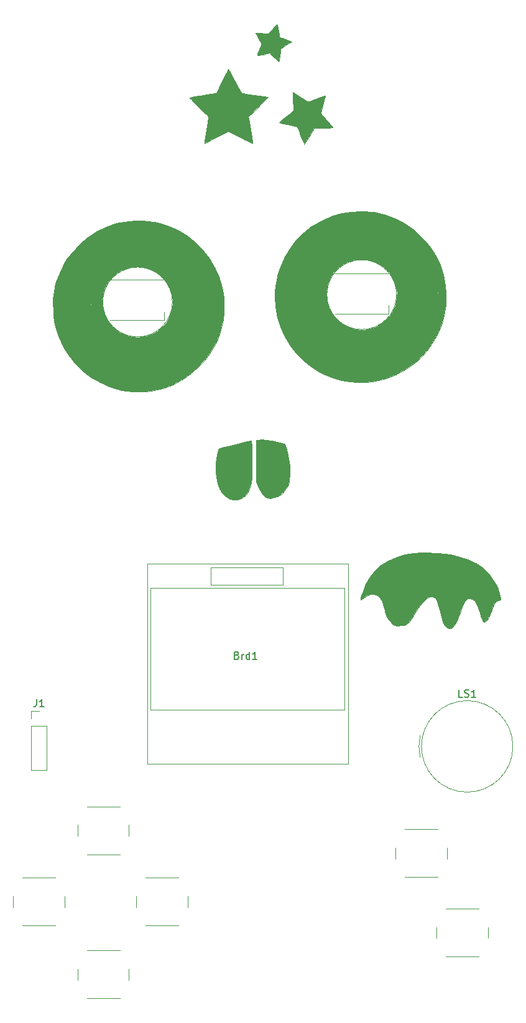
<source format=gbr>
G04 #@! TF.GenerationSoftware,KiCad,Pcbnew,8.0.5-8.0.5-0~ubuntu24.04.1*
G04 #@! TF.CreationDate,2024-10-08T07:53:09+09:00*
G04 #@! TF.ProjectId,gopher_party_rp2040_sw,676f7068-6572-45f7-9061-7274795f7270,rev?*
G04 #@! TF.SameCoordinates,Original*
G04 #@! TF.FileFunction,Legend,Top*
G04 #@! TF.FilePolarity,Positive*
%FSLAX46Y46*%
G04 Gerber Fmt 4.6, Leading zero omitted, Abs format (unit mm)*
G04 Created by KiCad (PCBNEW 8.0.5-8.0.5-0~ubuntu24.04.1) date 2024-10-08 07:53:09*
%MOMM*%
%LPD*%
G01*
G04 APERTURE LIST*
%ADD10C,0.150000*%
%ADD11C,0.120000*%
%ADD12C,0.100000*%
G04 APERTURE END LIST*
D10*
X106353333Y-120785009D02*
X106496190Y-120832628D01*
X106496190Y-120832628D02*
X106543809Y-120880247D01*
X106543809Y-120880247D02*
X106591428Y-120975485D01*
X106591428Y-120975485D02*
X106591428Y-121118342D01*
X106591428Y-121118342D02*
X106543809Y-121213580D01*
X106543809Y-121213580D02*
X106496190Y-121261200D01*
X106496190Y-121261200D02*
X106400952Y-121308819D01*
X106400952Y-121308819D02*
X106020000Y-121308819D01*
X106020000Y-121308819D02*
X106020000Y-120308819D01*
X106020000Y-120308819D02*
X106353333Y-120308819D01*
X106353333Y-120308819D02*
X106448571Y-120356438D01*
X106448571Y-120356438D02*
X106496190Y-120404057D01*
X106496190Y-120404057D02*
X106543809Y-120499295D01*
X106543809Y-120499295D02*
X106543809Y-120594533D01*
X106543809Y-120594533D02*
X106496190Y-120689771D01*
X106496190Y-120689771D02*
X106448571Y-120737390D01*
X106448571Y-120737390D02*
X106353333Y-120785009D01*
X106353333Y-120785009D02*
X106020000Y-120785009D01*
X107020000Y-121308819D02*
X107020000Y-120642152D01*
X107020000Y-120832628D02*
X107067619Y-120737390D01*
X107067619Y-120737390D02*
X107115238Y-120689771D01*
X107115238Y-120689771D02*
X107210476Y-120642152D01*
X107210476Y-120642152D02*
X107305714Y-120642152D01*
X108067619Y-121308819D02*
X108067619Y-120308819D01*
X108067619Y-121261200D02*
X107972381Y-121308819D01*
X107972381Y-121308819D02*
X107781905Y-121308819D01*
X107781905Y-121308819D02*
X107686667Y-121261200D01*
X107686667Y-121261200D02*
X107639048Y-121213580D01*
X107639048Y-121213580D02*
X107591429Y-121118342D01*
X107591429Y-121118342D02*
X107591429Y-120832628D01*
X107591429Y-120832628D02*
X107639048Y-120737390D01*
X107639048Y-120737390D02*
X107686667Y-120689771D01*
X107686667Y-120689771D02*
X107781905Y-120642152D01*
X107781905Y-120642152D02*
X107972381Y-120642152D01*
X107972381Y-120642152D02*
X108067619Y-120689771D01*
X109067619Y-121308819D02*
X108496191Y-121308819D01*
X108781905Y-121308819D02*
X108781905Y-120308819D01*
X108781905Y-120308819D02*
X108686667Y-120451676D01*
X108686667Y-120451676D02*
X108591429Y-120546914D01*
X108591429Y-120546914D02*
X108496191Y-120594533D01*
X79066666Y-126794819D02*
X79066666Y-127509104D01*
X79066666Y-127509104D02*
X79019047Y-127651961D01*
X79019047Y-127651961D02*
X78923809Y-127747200D01*
X78923809Y-127747200D02*
X78780952Y-127794819D01*
X78780952Y-127794819D02*
X78685714Y-127794819D01*
X80066666Y-127794819D02*
X79495238Y-127794819D01*
X79780952Y-127794819D02*
X79780952Y-126794819D01*
X79780952Y-126794819D02*
X79685714Y-126937676D01*
X79685714Y-126937676D02*
X79590476Y-127032914D01*
X79590476Y-127032914D02*
X79495238Y-127080533D01*
X137057142Y-126484819D02*
X136580952Y-126484819D01*
X136580952Y-126484819D02*
X136580952Y-125484819D01*
X137342857Y-126437200D02*
X137485714Y-126484819D01*
X137485714Y-126484819D02*
X137723809Y-126484819D01*
X137723809Y-126484819D02*
X137819047Y-126437200D01*
X137819047Y-126437200D02*
X137866666Y-126389580D01*
X137866666Y-126389580D02*
X137914285Y-126294342D01*
X137914285Y-126294342D02*
X137914285Y-126199104D01*
X137914285Y-126199104D02*
X137866666Y-126103866D01*
X137866666Y-126103866D02*
X137819047Y-126056247D01*
X137819047Y-126056247D02*
X137723809Y-126008628D01*
X137723809Y-126008628D02*
X137533333Y-125961009D01*
X137533333Y-125961009D02*
X137438095Y-125913390D01*
X137438095Y-125913390D02*
X137390476Y-125865771D01*
X137390476Y-125865771D02*
X137342857Y-125770533D01*
X137342857Y-125770533D02*
X137342857Y-125675295D01*
X137342857Y-125675295D02*
X137390476Y-125580057D01*
X137390476Y-125580057D02*
X137438095Y-125532438D01*
X137438095Y-125532438D02*
X137533333Y-125484819D01*
X137533333Y-125484819D02*
X137771428Y-125484819D01*
X137771428Y-125484819D02*
X137914285Y-125532438D01*
X138866666Y-126484819D02*
X138295238Y-126484819D01*
X138580952Y-126484819D02*
X138580952Y-125484819D01*
X138580952Y-125484819D02*
X138485714Y-125627676D01*
X138485714Y-125627676D02*
X138390476Y-125722914D01*
X138390476Y-125722914D02*
X138295238Y-125770533D01*
D11*
X89100000Y-69650000D02*
X96400000Y-69650000D01*
X89100000Y-75150000D02*
X96400000Y-75150000D01*
X96400000Y-75150000D02*
X96400000Y-74000000D01*
X119700000Y-68750000D02*
X127000000Y-68750000D01*
X119700000Y-74250000D02*
X127000000Y-74250000D01*
X127000000Y-74250000D02*
X127000000Y-73100000D01*
X94120000Y-108300000D02*
X121520000Y-108300000D01*
X94120000Y-135600000D02*
X94120000Y-108300000D01*
X94542000Y-111595000D02*
X117642000Y-111595000D01*
X94542000Y-128195000D02*
X94542000Y-111595000D01*
X102821000Y-108789000D02*
X102821000Y-111202000D01*
X102821000Y-108789000D02*
X112600000Y-108789000D01*
X112600000Y-108789000D02*
X112600000Y-111202000D01*
X112600000Y-111202000D02*
X102821000Y-111202000D01*
X117642000Y-111595000D02*
X120728000Y-111595000D01*
X117642000Y-128195000D02*
X94542000Y-128195000D01*
X117642000Y-128195000D02*
X120982000Y-128220000D01*
X120982000Y-111583000D02*
X120728000Y-111595000D01*
X120982000Y-128220000D02*
X120982000Y-111583000D01*
X121520000Y-108300000D02*
X121520000Y-135600000D01*
X121520000Y-135600000D02*
X94120000Y-135600000D01*
X127950000Y-147000000D02*
X127950000Y-148500000D01*
X129200000Y-151000000D02*
X133700000Y-151000000D01*
X133700000Y-144500000D02*
X129200000Y-144500000D01*
X134950000Y-148500000D02*
X134950000Y-147000000D01*
X75850000Y-153600000D02*
X75850000Y-155100000D01*
X77100000Y-157600000D02*
X81600000Y-157600000D01*
X81600000Y-151100000D02*
X77100000Y-151100000D01*
X82850000Y-155100000D02*
X82850000Y-153600000D01*
X84650000Y-163500000D02*
X84650000Y-165000000D01*
X85900000Y-167500000D02*
X90400000Y-167500000D01*
X90400000Y-161000000D02*
X85900000Y-161000000D01*
X91650000Y-165000000D02*
X91650000Y-163500000D01*
X78340000Y-128340000D02*
X79400000Y-128340000D01*
X78340000Y-129400000D02*
X78340000Y-128340000D01*
X78340000Y-130400000D02*
X78340000Y-136460000D01*
X78340000Y-130400000D02*
X80460000Y-130400000D01*
X78340000Y-136460000D02*
X80460000Y-136460000D01*
X80460000Y-130400000D02*
X80460000Y-136460000D01*
X84650000Y-143900000D02*
X84650000Y-145400000D01*
X85900000Y-147900000D02*
X90400000Y-147900000D01*
X90400000Y-141400000D02*
X85900000Y-141400000D01*
X91650000Y-145400000D02*
X91650000Y-143900000D01*
X97566588Y-72660000D02*
G75*
G02*
X88073412Y-72660000I-4746588J0D01*
G01*
X88073412Y-72660000D02*
G75*
G02*
X97566588Y-72660000I4746588J0D01*
G01*
X128086588Y-71656588D02*
G75*
G02*
X118593412Y-71656588I-4746588J0D01*
G01*
X118593412Y-71656588D02*
G75*
G02*
X128086588Y-71656588I4746588J0D01*
G01*
D12*
X110230000Y-91460000D02*
X111150000Y-91570000D01*
X112120000Y-91790000D01*
X112860000Y-91970000D01*
X113020000Y-92500000D01*
X113120000Y-92800000D01*
X113190000Y-93040000D01*
X113390000Y-93980000D01*
X113520000Y-95020000D01*
X113510000Y-96130000D01*
X113470000Y-96810000D01*
X113420000Y-97230000D01*
X113360000Y-97480000D01*
X113210000Y-97820000D01*
X112880000Y-98350000D01*
X112430000Y-98800000D01*
X112000000Y-99050000D01*
X111860000Y-99150000D01*
X111460000Y-99290000D01*
X110960000Y-99390000D01*
X110500000Y-99370000D01*
X110160000Y-99160000D01*
X109840000Y-98820000D01*
X109550000Y-98380000D01*
X109340000Y-97970000D01*
X109000000Y-97150000D01*
X108980000Y-96080000D01*
X108960000Y-94840000D01*
X108930000Y-93530000D01*
X108930000Y-92630000D01*
X108930000Y-92090000D01*
X108960000Y-91550000D01*
X109000000Y-91500000D01*
X109240000Y-91430000D01*
X109690000Y-91420000D01*
X110230000Y-91460000D01*
G36*
X110230000Y-91460000D02*
G01*
X111150000Y-91570000D01*
X112120000Y-91790000D01*
X112860000Y-91970000D01*
X113020000Y-92500000D01*
X113120000Y-92800000D01*
X113190000Y-93040000D01*
X113390000Y-93980000D01*
X113520000Y-95020000D01*
X113510000Y-96130000D01*
X113470000Y-96810000D01*
X113420000Y-97230000D01*
X113360000Y-97480000D01*
X113210000Y-97820000D01*
X112880000Y-98350000D01*
X112430000Y-98800000D01*
X112000000Y-99050000D01*
X111860000Y-99150000D01*
X111460000Y-99290000D01*
X110960000Y-99390000D01*
X110500000Y-99370000D01*
X110160000Y-99160000D01*
X109840000Y-98820000D01*
X109550000Y-98380000D01*
X109340000Y-97970000D01*
X109000000Y-97150000D01*
X108980000Y-96080000D01*
X108960000Y-94840000D01*
X108930000Y-93530000D01*
X108930000Y-92630000D01*
X108930000Y-92090000D01*
X108960000Y-91550000D01*
X109000000Y-91500000D01*
X109240000Y-91430000D01*
X109690000Y-91420000D01*
X110230000Y-91460000D01*
G37*
X108250000Y-91580000D02*
X108280000Y-91650000D01*
X108310000Y-91800000D01*
X108340000Y-92060000D01*
X108350000Y-92390000D01*
X108370000Y-92890000D01*
X108380000Y-93480000D01*
X108390000Y-94150000D01*
X108400000Y-94770000D01*
X108390000Y-95460000D01*
X108390000Y-95720000D01*
X108350000Y-96440000D01*
X108340000Y-96640000D01*
X108280000Y-97130000D01*
X108190000Y-97620000D01*
X108100000Y-97920000D01*
X107940000Y-98380000D01*
X107640000Y-98900000D01*
X107230000Y-99290000D01*
X106750000Y-99530000D01*
X106240000Y-99620000D01*
X105860000Y-99590000D01*
X105410000Y-99490000D01*
X105210000Y-99430000D01*
X104710000Y-99120000D01*
X104310000Y-98680000D01*
X103970000Y-98090000D01*
X103700000Y-97390000D01*
X103530000Y-96560000D01*
X103460000Y-95680000D01*
X103500000Y-94720000D01*
X103590000Y-94020000D01*
X103670000Y-93570000D01*
X103740000Y-93130000D01*
X103810000Y-92830000D01*
X103880000Y-92640000D01*
X104050000Y-92590000D01*
X104660000Y-92410000D01*
X105190000Y-92270000D01*
X106480000Y-91930000D01*
X107100000Y-91780000D01*
X107770000Y-91620000D01*
X108200000Y-91550000D01*
X108250000Y-91580000D01*
G36*
X108250000Y-91580000D02*
G01*
X108280000Y-91650000D01*
X108310000Y-91800000D01*
X108340000Y-92060000D01*
X108350000Y-92390000D01*
X108370000Y-92890000D01*
X108380000Y-93480000D01*
X108390000Y-94150000D01*
X108400000Y-94770000D01*
X108390000Y-95460000D01*
X108390000Y-95720000D01*
X108350000Y-96440000D01*
X108340000Y-96640000D01*
X108280000Y-97130000D01*
X108190000Y-97620000D01*
X108100000Y-97920000D01*
X107940000Y-98380000D01*
X107640000Y-98900000D01*
X107230000Y-99290000D01*
X106750000Y-99530000D01*
X106240000Y-99620000D01*
X105860000Y-99590000D01*
X105410000Y-99490000D01*
X105210000Y-99430000D01*
X104710000Y-99120000D01*
X104310000Y-98680000D01*
X103970000Y-98090000D01*
X103700000Y-97390000D01*
X103530000Y-96560000D01*
X103460000Y-95680000D01*
X103500000Y-94720000D01*
X103590000Y-94020000D01*
X103670000Y-93570000D01*
X103740000Y-93130000D01*
X103810000Y-92830000D01*
X103880000Y-92640000D01*
X104050000Y-92590000D01*
X104660000Y-92410000D01*
X105190000Y-92270000D01*
X106480000Y-91930000D01*
X107100000Y-91780000D01*
X107770000Y-91620000D01*
X108200000Y-91550000D01*
X108250000Y-91580000D01*
G37*
X134820000Y-71930000D02*
X134770000Y-73120000D01*
X134570000Y-74500000D01*
X134170000Y-75840000D01*
X133590000Y-77190000D01*
X132510000Y-78920000D01*
X131490000Y-80100000D01*
X130440000Y-81030000D01*
X129170000Y-81920000D01*
X127970000Y-82560000D01*
X126640000Y-83080000D01*
X124820000Y-83470000D01*
X123750000Y-83580000D01*
X122660000Y-83590000D01*
X121860000Y-83540000D01*
X121140000Y-83460000D01*
X120580000Y-83340000D01*
X119200000Y-82920000D01*
X117810000Y-82290000D01*
X116610000Y-81580000D01*
X115450000Y-80680000D01*
X114360000Y-79580000D01*
X113560000Y-78550000D01*
X112770000Y-77220000D01*
X112260000Y-76080000D01*
X111870000Y-74770000D01*
X111620000Y-73370000D01*
X111540000Y-71860000D01*
X118520000Y-71780000D01*
X118580000Y-72250000D01*
X118690000Y-72950000D01*
X118970000Y-73680000D01*
X119420000Y-74460000D01*
X120000000Y-75120000D01*
X120760000Y-75730000D01*
X121710000Y-76170000D01*
X122410000Y-76370000D01*
X123320000Y-76470000D01*
X123800000Y-76440000D01*
X124430000Y-76320000D01*
X125150000Y-76120000D01*
X125500000Y-75950000D01*
X125970000Y-75670000D01*
X126440000Y-75320000D01*
X126930000Y-74850000D01*
X127250000Y-74440000D01*
X127530000Y-74010000D01*
X127900000Y-73190000D01*
X128120000Y-72190000D01*
X128130000Y-71890000D01*
X128150000Y-71480000D01*
X134790000Y-71440000D01*
X134820000Y-71930000D01*
G36*
X134820000Y-71930000D02*
G01*
X134770000Y-73120000D01*
X134570000Y-74500000D01*
X134170000Y-75840000D01*
X133590000Y-77190000D01*
X132510000Y-78920000D01*
X131490000Y-80100000D01*
X130440000Y-81030000D01*
X129170000Y-81920000D01*
X127970000Y-82560000D01*
X126640000Y-83080000D01*
X124820000Y-83470000D01*
X123750000Y-83580000D01*
X122660000Y-83590000D01*
X121860000Y-83540000D01*
X121140000Y-83460000D01*
X120580000Y-83340000D01*
X119200000Y-82920000D01*
X117810000Y-82290000D01*
X116610000Y-81580000D01*
X115450000Y-80680000D01*
X114360000Y-79580000D01*
X113560000Y-78550000D01*
X112770000Y-77220000D01*
X112260000Y-76080000D01*
X111870000Y-74770000D01*
X111620000Y-73370000D01*
X111540000Y-71860000D01*
X118520000Y-71780000D01*
X118580000Y-72250000D01*
X118690000Y-72950000D01*
X118970000Y-73680000D01*
X119420000Y-74460000D01*
X120000000Y-75120000D01*
X120760000Y-75730000D01*
X121710000Y-76170000D01*
X122410000Y-76370000D01*
X123320000Y-76470000D01*
X123800000Y-76440000D01*
X124430000Y-76320000D01*
X125150000Y-76120000D01*
X125500000Y-75950000D01*
X125970000Y-75670000D01*
X126440000Y-75320000D01*
X126930000Y-74850000D01*
X127250000Y-74440000D01*
X127530000Y-74010000D01*
X127900000Y-73190000D01*
X128120000Y-72190000D01*
X128130000Y-71890000D01*
X128150000Y-71480000D01*
X134790000Y-71440000D01*
X134820000Y-71930000D01*
G37*
X111820000Y-35030000D02*
X111900000Y-35350000D01*
X112070000Y-36150000D01*
X112140000Y-36560000D01*
X112530000Y-36710000D01*
X113820000Y-37230000D01*
X112950000Y-37730000D01*
X112710000Y-37880000D01*
X112490000Y-38020000D01*
X112410000Y-38080000D01*
X112290000Y-38210000D01*
X112240000Y-38340000D01*
X112240000Y-38390000D01*
X112230000Y-38620000D01*
X112210000Y-38930000D01*
X112190000Y-39130000D01*
X112170000Y-39340000D01*
X112140000Y-39560000D01*
X112090000Y-39790000D01*
X112050000Y-39880000D01*
X111960000Y-39810000D01*
X111660000Y-39550000D01*
X111020000Y-38950000D01*
X110790000Y-38730000D01*
X110740000Y-38740000D01*
X110430000Y-38820000D01*
X109990000Y-38930000D01*
X109670000Y-39010000D01*
X109330000Y-39080000D01*
X109160000Y-39080000D01*
X109110000Y-39000000D01*
X109160000Y-38830000D01*
X109390000Y-38310000D01*
X109510000Y-38030000D01*
X109620000Y-37740000D01*
X109650000Y-37520000D01*
X109610000Y-37330000D01*
X109500000Y-37100000D01*
X109320000Y-36800000D01*
X109130000Y-36490000D01*
X109010000Y-36290000D01*
X108860000Y-36050000D01*
X108880000Y-36040000D01*
X109030000Y-36020000D01*
X109340000Y-36020000D01*
X109660000Y-36040000D01*
X110010000Y-36070000D01*
X110340000Y-36090000D01*
X110630000Y-36110000D01*
X110700000Y-36040000D01*
X110890000Y-35810000D01*
X111240000Y-35390000D01*
X111490000Y-35090000D01*
X111670000Y-34900000D01*
X111750000Y-34830000D01*
X111820000Y-35030000D01*
G36*
X111820000Y-35030000D02*
G01*
X111900000Y-35350000D01*
X112070000Y-36150000D01*
X112140000Y-36560000D01*
X112530000Y-36710000D01*
X113820000Y-37230000D01*
X112950000Y-37730000D01*
X112710000Y-37880000D01*
X112490000Y-38020000D01*
X112410000Y-38080000D01*
X112290000Y-38210000D01*
X112240000Y-38340000D01*
X112240000Y-38390000D01*
X112230000Y-38620000D01*
X112210000Y-38930000D01*
X112190000Y-39130000D01*
X112170000Y-39340000D01*
X112140000Y-39560000D01*
X112090000Y-39790000D01*
X112050000Y-39880000D01*
X111960000Y-39810000D01*
X111660000Y-39550000D01*
X111020000Y-38950000D01*
X110790000Y-38730000D01*
X110740000Y-38740000D01*
X110430000Y-38820000D01*
X109990000Y-38930000D01*
X109670000Y-39010000D01*
X109330000Y-39080000D01*
X109160000Y-39080000D01*
X109110000Y-39000000D01*
X109160000Y-38830000D01*
X109390000Y-38310000D01*
X109510000Y-38030000D01*
X109620000Y-37740000D01*
X109650000Y-37520000D01*
X109610000Y-37330000D01*
X109500000Y-37100000D01*
X109320000Y-36800000D01*
X109130000Y-36490000D01*
X109010000Y-36290000D01*
X108860000Y-36050000D01*
X108880000Y-36040000D01*
X109030000Y-36020000D01*
X109340000Y-36020000D01*
X109660000Y-36040000D01*
X110010000Y-36070000D01*
X110340000Y-36090000D01*
X110630000Y-36110000D01*
X110700000Y-36040000D01*
X110890000Y-35810000D01*
X111240000Y-35390000D01*
X111490000Y-35090000D01*
X111670000Y-34900000D01*
X111750000Y-34830000D01*
X111820000Y-35030000D01*
G37*
X114430000Y-44350000D02*
X115010000Y-44730000D01*
X115410000Y-45010000D01*
X115730000Y-45200000D01*
X116000000Y-45300000D01*
X116230000Y-45310000D01*
X116470000Y-45250000D01*
X116880000Y-45090000D01*
X117200000Y-44960000D01*
X117530000Y-44830000D01*
X117760000Y-44740000D01*
X118040000Y-44630000D01*
X118290000Y-44540000D01*
X118370000Y-44530000D01*
X118380000Y-44530000D01*
X118360000Y-44650000D01*
X118320000Y-44850000D01*
X117980000Y-46130000D01*
X117770000Y-46890000D01*
X117770000Y-46920000D01*
X117950000Y-47140000D01*
X118290000Y-47550000D01*
X118470000Y-47750000D01*
X118770000Y-48120000D01*
X119030000Y-48420000D01*
X119290000Y-48730000D01*
X119390000Y-48840000D01*
X119240000Y-48870000D01*
X118920000Y-48920000D01*
X118360000Y-48960000D01*
X116880000Y-48980000D01*
X116760000Y-49180000D01*
X116560000Y-49510000D01*
X116310000Y-49930000D01*
X116210000Y-50090000D01*
X116050000Y-50340000D01*
X115860000Y-50640000D01*
X115750000Y-50810000D01*
X115580000Y-51050000D01*
X115510000Y-51130000D01*
X115450000Y-51020000D01*
X115330000Y-50740000D01*
X115020000Y-49960000D01*
X114810000Y-49400000D01*
X114590000Y-48810000D01*
X113950000Y-48660000D01*
X113250000Y-48490000D01*
X112580000Y-48330000D01*
X112090000Y-48190000D01*
X112150000Y-48150000D01*
X112210000Y-48100000D01*
X112800000Y-47630000D01*
X113440000Y-47120000D01*
X114070000Y-46590000D01*
X114040000Y-46060000D01*
X114000000Y-45330000D01*
X113970000Y-44660000D01*
X113930000Y-44020000D01*
X114430000Y-44350000D01*
G36*
X114430000Y-44350000D02*
G01*
X115010000Y-44730000D01*
X115410000Y-45010000D01*
X115730000Y-45200000D01*
X116000000Y-45300000D01*
X116230000Y-45310000D01*
X116470000Y-45250000D01*
X116880000Y-45090000D01*
X117200000Y-44960000D01*
X117530000Y-44830000D01*
X117760000Y-44740000D01*
X118040000Y-44630000D01*
X118290000Y-44540000D01*
X118370000Y-44530000D01*
X118380000Y-44530000D01*
X118360000Y-44650000D01*
X118320000Y-44850000D01*
X117980000Y-46130000D01*
X117770000Y-46890000D01*
X117770000Y-46920000D01*
X117950000Y-47140000D01*
X118290000Y-47550000D01*
X118470000Y-47750000D01*
X118770000Y-48120000D01*
X119030000Y-48420000D01*
X119290000Y-48730000D01*
X119390000Y-48840000D01*
X119240000Y-48870000D01*
X118920000Y-48920000D01*
X118360000Y-48960000D01*
X116880000Y-48980000D01*
X116760000Y-49180000D01*
X116560000Y-49510000D01*
X116310000Y-49930000D01*
X116210000Y-50090000D01*
X116050000Y-50340000D01*
X115860000Y-50640000D01*
X115750000Y-50810000D01*
X115580000Y-51050000D01*
X115510000Y-51130000D01*
X115450000Y-51020000D01*
X115330000Y-50740000D01*
X115020000Y-49960000D01*
X114810000Y-49400000D01*
X114590000Y-48810000D01*
X113950000Y-48660000D01*
X113250000Y-48490000D01*
X112580000Y-48330000D01*
X112090000Y-48190000D01*
X112150000Y-48150000D01*
X112210000Y-48100000D01*
X112800000Y-47630000D01*
X113440000Y-47120000D01*
X114070000Y-46590000D01*
X114040000Y-46060000D01*
X114000000Y-45330000D01*
X113970000Y-44660000D01*
X113930000Y-44020000D01*
X114430000Y-44350000D01*
G37*
X124930000Y-60420000D02*
X126440000Y-60730000D01*
X127790000Y-61220000D01*
X129080000Y-61880000D01*
X130370000Y-62790000D01*
X131670000Y-64000000D01*
X132560000Y-65040000D01*
X133340000Y-66240000D01*
X134010000Y-67570000D01*
X134430000Y-68900000D01*
X134730000Y-70380000D01*
X134790000Y-71410000D01*
X132570000Y-71470000D01*
X129890000Y-71450000D01*
X128600000Y-71470000D01*
X128150000Y-71420000D01*
X128100000Y-70950000D01*
X127970000Y-70310000D01*
X127720000Y-69650000D01*
X127430000Y-69130000D01*
X127090000Y-68640000D01*
X126760000Y-68280000D01*
X126430000Y-67960000D01*
X125960000Y-67610000D01*
X125450000Y-67350000D01*
X124800000Y-67060000D01*
X124270000Y-66940000D01*
X123640000Y-66870000D01*
X123000000Y-66870000D01*
X122450000Y-66930000D01*
X121810000Y-67100000D01*
X121220000Y-67350000D01*
X120870000Y-67540000D01*
X120320000Y-67930000D01*
X119850000Y-68300000D01*
X119460000Y-68800000D01*
X119120000Y-69350000D01*
X118850000Y-69920000D01*
X118680000Y-70450000D01*
X118590000Y-70950000D01*
X118550000Y-71220000D01*
X118540000Y-71500000D01*
X118530000Y-71740000D01*
X111520000Y-71850000D01*
X111540000Y-71310000D01*
X111610000Y-70460000D01*
X111830000Y-69280000D01*
X111880000Y-69050000D01*
X112180000Y-68110000D01*
X112870000Y-66510000D01*
X113590000Y-65330000D01*
X114410000Y-64230000D01*
X115470000Y-63180000D01*
X116530000Y-62350000D01*
X117920000Y-61540000D01*
X119410000Y-60900000D01*
X120610000Y-60560000D01*
X121850000Y-60360000D01*
X123340000Y-60310000D01*
X124930000Y-60420000D01*
G36*
X124930000Y-60420000D02*
G01*
X126440000Y-60730000D01*
X127790000Y-61220000D01*
X129080000Y-61880000D01*
X130370000Y-62790000D01*
X131670000Y-64000000D01*
X132560000Y-65040000D01*
X133340000Y-66240000D01*
X134010000Y-67570000D01*
X134430000Y-68900000D01*
X134730000Y-70380000D01*
X134790000Y-71410000D01*
X132570000Y-71470000D01*
X129890000Y-71450000D01*
X128600000Y-71470000D01*
X128150000Y-71420000D01*
X128100000Y-70950000D01*
X127970000Y-70310000D01*
X127720000Y-69650000D01*
X127430000Y-69130000D01*
X127090000Y-68640000D01*
X126760000Y-68280000D01*
X126430000Y-67960000D01*
X125960000Y-67610000D01*
X125450000Y-67350000D01*
X124800000Y-67060000D01*
X124270000Y-66940000D01*
X123640000Y-66870000D01*
X123000000Y-66870000D01*
X122450000Y-66930000D01*
X121810000Y-67100000D01*
X121220000Y-67350000D01*
X120870000Y-67540000D01*
X120320000Y-67930000D01*
X119850000Y-68300000D01*
X119460000Y-68800000D01*
X119120000Y-69350000D01*
X118850000Y-69920000D01*
X118680000Y-70450000D01*
X118590000Y-70950000D01*
X118550000Y-71220000D01*
X118540000Y-71500000D01*
X118530000Y-71740000D01*
X111520000Y-71850000D01*
X111540000Y-71310000D01*
X111610000Y-70460000D01*
X111830000Y-69280000D01*
X111880000Y-69050000D01*
X112180000Y-68110000D01*
X112870000Y-66510000D01*
X113590000Y-65330000D01*
X114410000Y-64230000D01*
X115470000Y-63180000D01*
X116530000Y-62350000D01*
X117920000Y-61540000D01*
X119410000Y-60900000D01*
X120610000Y-60560000D01*
X121850000Y-60360000D01*
X123340000Y-60310000D01*
X124930000Y-60420000D01*
G37*
X104590000Y-72610000D02*
X104600000Y-73360000D01*
X104600000Y-73980000D01*
X104470000Y-75010000D01*
X104420000Y-75400000D01*
X104050000Y-76810000D01*
X103520000Y-78140000D01*
X102810000Y-79410000D01*
X101940000Y-80610000D01*
X100180000Y-82340000D01*
X98960000Y-83190000D01*
X97640000Y-83890000D01*
X96260000Y-84400000D01*
X94640000Y-84760000D01*
X93810000Y-84840000D01*
X92950000Y-84870000D01*
X92240000Y-84850000D01*
X91390000Y-84800000D01*
X90580000Y-84660000D01*
X89510000Y-84350000D01*
X89000000Y-84200000D01*
X87690000Y-83630000D01*
X86460000Y-82910000D01*
X85330000Y-82040000D01*
X84630000Y-81360000D01*
X84300000Y-81040000D01*
X83360000Y-79870000D01*
X82730000Y-78830000D01*
X82040000Y-77340000D01*
X81700000Y-76340000D01*
X81470000Y-75350000D01*
X81360000Y-74420000D01*
X81330000Y-73430000D01*
X81310000Y-73130000D01*
X88040000Y-73060000D01*
X88140000Y-73810000D01*
X88390000Y-74510000D01*
X88650000Y-75030000D01*
X88900000Y-75440000D01*
X89200000Y-75810000D01*
X89550000Y-76170000D01*
X89940000Y-76500000D01*
X90350000Y-76780000D01*
X90760000Y-76990000D01*
X91150000Y-77160000D01*
X91650000Y-77320000D01*
X92120000Y-77410000D01*
X92840000Y-77460000D01*
X93310000Y-77440000D01*
X93980000Y-77320000D01*
X94470000Y-77170000D01*
X94920000Y-76970000D01*
X95420000Y-76700000D01*
X95800000Y-76420000D01*
X96100000Y-76160000D01*
X96430000Y-75830000D01*
X96750000Y-75420000D01*
X96960000Y-75080000D01*
X97210000Y-74600000D01*
X97390000Y-74140000D01*
X97540000Y-73520000D01*
X97620000Y-72920000D01*
X97600000Y-72530000D01*
X104590000Y-72610000D01*
G36*
X104590000Y-72610000D02*
G01*
X104600000Y-73360000D01*
X104600000Y-73980000D01*
X104470000Y-75010000D01*
X104420000Y-75400000D01*
X104050000Y-76810000D01*
X103520000Y-78140000D01*
X102810000Y-79410000D01*
X101940000Y-80610000D01*
X100180000Y-82340000D01*
X98960000Y-83190000D01*
X97640000Y-83890000D01*
X96260000Y-84400000D01*
X94640000Y-84760000D01*
X93810000Y-84840000D01*
X92950000Y-84870000D01*
X92240000Y-84850000D01*
X91390000Y-84800000D01*
X90580000Y-84660000D01*
X89510000Y-84350000D01*
X89000000Y-84200000D01*
X87690000Y-83630000D01*
X86460000Y-82910000D01*
X85330000Y-82040000D01*
X84630000Y-81360000D01*
X84300000Y-81040000D01*
X83360000Y-79870000D01*
X82730000Y-78830000D01*
X82040000Y-77340000D01*
X81700000Y-76340000D01*
X81470000Y-75350000D01*
X81360000Y-74420000D01*
X81330000Y-73430000D01*
X81310000Y-73130000D01*
X88040000Y-73060000D01*
X88140000Y-73810000D01*
X88390000Y-74510000D01*
X88650000Y-75030000D01*
X88900000Y-75440000D01*
X89200000Y-75810000D01*
X89550000Y-76170000D01*
X89940000Y-76500000D01*
X90350000Y-76780000D01*
X90760000Y-76990000D01*
X91150000Y-77160000D01*
X91650000Y-77320000D01*
X92120000Y-77410000D01*
X92840000Y-77460000D01*
X93310000Y-77440000D01*
X93980000Y-77320000D01*
X94470000Y-77170000D01*
X94920000Y-76970000D01*
X95420000Y-76700000D01*
X95800000Y-76420000D01*
X96100000Y-76160000D01*
X96430000Y-75830000D01*
X96750000Y-75420000D01*
X96960000Y-75080000D01*
X97210000Y-74600000D01*
X97390000Y-74140000D01*
X97540000Y-73520000D01*
X97620000Y-72920000D01*
X97600000Y-72530000D01*
X104590000Y-72610000D01*
G37*
X105320000Y-41190000D02*
X105690000Y-41870000D01*
X106050000Y-42580000D01*
X106660000Y-43750000D01*
X106810000Y-44000000D01*
X106930000Y-44140000D01*
X107040000Y-44220000D01*
X107160000Y-44260000D01*
X107970000Y-44380000D01*
X109360000Y-44580000D01*
X110580000Y-44750000D01*
X110070000Y-45230000D01*
X109590000Y-45740000D01*
X108930000Y-46400000D01*
X107900000Y-47430000D01*
X107900000Y-47450000D01*
X108010000Y-48070000D01*
X108120000Y-48730000D01*
X108210000Y-49230000D01*
X108290000Y-49710000D01*
X108360000Y-50170000D01*
X108410000Y-50460000D01*
X108420000Y-50570000D01*
X108440000Y-50700000D01*
X108460000Y-50840000D01*
X108470000Y-50940000D01*
X108480000Y-51040000D01*
X108450000Y-51040000D01*
X108380000Y-51010000D01*
X108030000Y-50830000D01*
X107430000Y-50530000D01*
X106210000Y-49890000D01*
X105660000Y-49610000D01*
X105180000Y-49350000D01*
X104960000Y-49460000D01*
X103960000Y-49990000D01*
X103160000Y-50410000D01*
X102520000Y-50740000D01*
X102180000Y-50910000D01*
X101910000Y-51040000D01*
X101910000Y-50950000D01*
X101930000Y-50760000D01*
X102000000Y-50230000D01*
X102160000Y-49220000D01*
X102330000Y-48230000D01*
X102440000Y-47610000D01*
X102480000Y-47400000D01*
X102250000Y-47170000D01*
X101790000Y-46730000D01*
X101540000Y-46480000D01*
X101090000Y-46040000D01*
X100790000Y-45750000D01*
X100530000Y-45500000D01*
X100340000Y-45310000D01*
X100140000Y-45100000D01*
X99950000Y-44910000D01*
X99880000Y-44820000D01*
X99970000Y-44790000D01*
X100470000Y-44680000D01*
X101370000Y-44530000D01*
X102240000Y-44400000D01*
X103420000Y-44210000D01*
X103550000Y-44180000D01*
X104250000Y-42760000D01*
X104710000Y-41780000D01*
X105050000Y-41130000D01*
X105170000Y-40920000D01*
X105320000Y-41190000D01*
G36*
X105320000Y-41190000D02*
G01*
X105690000Y-41870000D01*
X106050000Y-42580000D01*
X106660000Y-43750000D01*
X106810000Y-44000000D01*
X106930000Y-44140000D01*
X107040000Y-44220000D01*
X107160000Y-44260000D01*
X107970000Y-44380000D01*
X109360000Y-44580000D01*
X110580000Y-44750000D01*
X110070000Y-45230000D01*
X109590000Y-45740000D01*
X108930000Y-46400000D01*
X107900000Y-47430000D01*
X107900000Y-47450000D01*
X108010000Y-48070000D01*
X108120000Y-48730000D01*
X108210000Y-49230000D01*
X108290000Y-49710000D01*
X108360000Y-50170000D01*
X108410000Y-50460000D01*
X108420000Y-50570000D01*
X108440000Y-50700000D01*
X108460000Y-50840000D01*
X108470000Y-50940000D01*
X108480000Y-51040000D01*
X108450000Y-51040000D01*
X108380000Y-51010000D01*
X108030000Y-50830000D01*
X107430000Y-50530000D01*
X106210000Y-49890000D01*
X105660000Y-49610000D01*
X105180000Y-49350000D01*
X104960000Y-49460000D01*
X103960000Y-49990000D01*
X103160000Y-50410000D01*
X102520000Y-50740000D01*
X102180000Y-50910000D01*
X101910000Y-51040000D01*
X101910000Y-50950000D01*
X101930000Y-50760000D01*
X102000000Y-50230000D01*
X102160000Y-49220000D01*
X102330000Y-48230000D01*
X102440000Y-47610000D01*
X102480000Y-47400000D01*
X102250000Y-47170000D01*
X101790000Y-46730000D01*
X101540000Y-46480000D01*
X101090000Y-46040000D01*
X100790000Y-45750000D01*
X100530000Y-45500000D01*
X100340000Y-45310000D01*
X100140000Y-45100000D01*
X99950000Y-44910000D01*
X99880000Y-44820000D01*
X99970000Y-44790000D01*
X100470000Y-44680000D01*
X101370000Y-44530000D01*
X102240000Y-44400000D01*
X103420000Y-44210000D01*
X103550000Y-44180000D01*
X104250000Y-42760000D01*
X104710000Y-41780000D01*
X105050000Y-41130000D01*
X105170000Y-40920000D01*
X105320000Y-41190000D01*
G37*
X93480000Y-61600000D02*
X94250000Y-61650000D01*
X95040000Y-61740000D01*
X95820000Y-61890000D01*
X96900000Y-62240000D01*
X98280000Y-62850000D01*
X99540000Y-63610000D01*
X100620000Y-64470000D01*
X101690000Y-65540000D01*
X102600000Y-66710000D01*
X103310000Y-67930000D01*
X103860000Y-69190000D01*
X104280000Y-70620000D01*
X104360000Y-71060000D01*
X104540000Y-72100000D01*
X104570000Y-72200000D01*
X104590000Y-72510000D01*
X104590000Y-72580000D01*
X103230000Y-72610000D01*
X100540000Y-72560000D01*
X98170000Y-72520000D01*
X97720000Y-72500000D01*
X97620000Y-72490000D01*
X97550000Y-71850000D01*
X97410000Y-71280000D01*
X97220000Y-70710000D01*
X96960000Y-70240000D01*
X96600000Y-69710000D01*
X96260000Y-69290000D01*
X95870000Y-68960000D01*
X95420000Y-68620000D01*
X94960000Y-68360000D01*
X94520000Y-68160000D01*
X93950000Y-67990000D01*
X93460000Y-67900000D01*
X92920000Y-67860000D01*
X92430000Y-67870000D01*
X91920000Y-67940000D01*
X91160000Y-68140000D01*
X90510000Y-68450000D01*
X89850000Y-68890000D01*
X89460000Y-69230000D01*
X89180000Y-69530000D01*
X88830000Y-69980000D01*
X88500000Y-70570000D01*
X88260000Y-71160000D01*
X88150000Y-71530000D01*
X88050000Y-72070000D01*
X88010000Y-72500000D01*
X88010000Y-72820000D01*
X88030000Y-73040000D01*
X84850000Y-73130000D01*
X81310000Y-73140000D01*
X81310000Y-72630000D01*
X81320000Y-72280000D01*
X81430000Y-71230000D01*
X81660000Y-70130000D01*
X82010000Y-69100000D01*
X82820000Y-67420000D01*
X83330000Y-66600000D01*
X83630000Y-66200000D01*
X84380000Y-65370000D01*
X84970000Y-64750000D01*
X86010000Y-63870000D01*
X87270000Y-63020000D01*
X88550000Y-62390000D01*
X89910000Y-61950000D01*
X91590000Y-61640000D01*
X92640000Y-61580000D01*
X93480000Y-61600000D01*
G36*
X93480000Y-61600000D02*
G01*
X94250000Y-61650000D01*
X95040000Y-61740000D01*
X95820000Y-61890000D01*
X96900000Y-62240000D01*
X98280000Y-62850000D01*
X99540000Y-63610000D01*
X100620000Y-64470000D01*
X101690000Y-65540000D01*
X102600000Y-66710000D01*
X103310000Y-67930000D01*
X103860000Y-69190000D01*
X104280000Y-70620000D01*
X104360000Y-71060000D01*
X104540000Y-72100000D01*
X104570000Y-72200000D01*
X104590000Y-72510000D01*
X104590000Y-72580000D01*
X103230000Y-72610000D01*
X100540000Y-72560000D01*
X98170000Y-72520000D01*
X97720000Y-72500000D01*
X97620000Y-72490000D01*
X97550000Y-71850000D01*
X97410000Y-71280000D01*
X97220000Y-70710000D01*
X96960000Y-70240000D01*
X96600000Y-69710000D01*
X96260000Y-69290000D01*
X95870000Y-68960000D01*
X95420000Y-68620000D01*
X94960000Y-68360000D01*
X94520000Y-68160000D01*
X93950000Y-67990000D01*
X93460000Y-67900000D01*
X92920000Y-67860000D01*
X92430000Y-67870000D01*
X91920000Y-67940000D01*
X91160000Y-68140000D01*
X90510000Y-68450000D01*
X89850000Y-68890000D01*
X89460000Y-69230000D01*
X89180000Y-69530000D01*
X88830000Y-69980000D01*
X88500000Y-70570000D01*
X88260000Y-71160000D01*
X88150000Y-71530000D01*
X88050000Y-72070000D01*
X88010000Y-72500000D01*
X88010000Y-72820000D01*
X88030000Y-73040000D01*
X84850000Y-73130000D01*
X81310000Y-73140000D01*
X81310000Y-72630000D01*
X81320000Y-72280000D01*
X81430000Y-71230000D01*
X81660000Y-70130000D01*
X82010000Y-69100000D01*
X82820000Y-67420000D01*
X83330000Y-66600000D01*
X83630000Y-66200000D01*
X84380000Y-65370000D01*
X84970000Y-64750000D01*
X86010000Y-63870000D01*
X87270000Y-63020000D01*
X88550000Y-62390000D01*
X89910000Y-61950000D01*
X91590000Y-61640000D01*
X92640000Y-61580000D01*
X93480000Y-61600000D01*
G37*
X133050000Y-106830000D02*
X133770000Y-106860000D01*
X135430000Y-107040000D01*
X136680000Y-107360000D01*
X137760000Y-107700000D01*
X139040000Y-108330000D01*
X139870000Y-108930000D01*
X140750000Y-109760000D01*
X141390000Y-110730000D01*
X141790000Y-111470000D01*
X142000000Y-112010000D01*
X142190000Y-112650000D01*
X142270000Y-113110000D01*
X142280000Y-113200000D01*
X142250000Y-113260000D01*
X142170000Y-113250000D01*
X141970000Y-113280000D01*
X141720000Y-113400000D01*
X141570000Y-113520000D01*
X141420000Y-113720000D01*
X141290000Y-114000000D01*
X141240000Y-114130000D01*
X141060000Y-114580000D01*
X141020000Y-114700000D01*
X140810000Y-115210000D01*
X140760000Y-115340000D01*
X140580000Y-115680000D01*
X140510000Y-115820000D01*
X140290000Y-116110000D01*
X140080000Y-116230000D01*
X139890000Y-116160000D01*
X139810000Y-116060000D01*
X139750000Y-115950000D01*
X139690000Y-115780000D01*
X139570000Y-115460000D01*
X139530000Y-115330000D01*
X139440000Y-115030000D01*
X139310000Y-114600000D01*
X139230000Y-114360000D01*
X139050000Y-113870000D01*
X138760000Y-113400000D01*
X138440000Y-113130000D01*
X138050000Y-113020000D01*
X137770000Y-113060000D01*
X137550000Y-113190000D01*
X137360000Y-113470000D01*
X137090000Y-114000000D01*
X137020000Y-114170000D01*
X136880000Y-114480000D01*
X136710000Y-114960000D01*
X136590000Y-115310000D01*
X136510000Y-115550000D01*
X136390000Y-115840000D01*
X136330000Y-116000000D01*
X136100000Y-116500000D01*
X135890000Y-116780000D01*
X135520000Y-117080000D01*
X135200000Y-117110000D01*
X134900000Y-116970000D01*
X134660000Y-116680000D01*
X134400000Y-116170000D01*
X134170000Y-115610000D01*
X134010000Y-114870000D01*
X133810000Y-114050000D01*
X133610000Y-113490000D01*
X133400000Y-113080000D01*
X133150000Y-112860000D01*
X132890000Y-112820000D01*
X132650000Y-112840000D01*
X132280000Y-113000000D01*
X131880000Y-113310000D01*
X131460000Y-113770000D01*
X131020000Y-114380000D01*
X130760000Y-114800000D01*
X130390000Y-115380000D01*
X130190000Y-115680000D01*
X129870000Y-116150000D01*
X129580000Y-116430000D01*
X129340000Y-116600000D01*
X129070000Y-116680000D01*
X128770000Y-116720000D01*
X128100000Y-116760000D01*
X127580000Y-116570000D01*
X127180000Y-116090000D01*
X126820000Y-115650000D01*
X126670000Y-115310000D01*
X126560000Y-114980000D01*
X126520000Y-114870000D01*
X126460000Y-114640000D01*
X126380000Y-114300000D01*
X126360000Y-114210000D01*
X126130000Y-113510000D01*
X125810000Y-112980000D01*
X125440000Y-112620000D01*
X125000000Y-112460000D01*
X124520000Y-112480000D01*
X123990000Y-112680000D01*
X123630000Y-112930000D01*
X123410000Y-113090000D01*
X123260000Y-113210000D01*
X123180000Y-113250000D01*
X123160000Y-113190000D01*
X123200000Y-113000000D01*
X123310000Y-112620000D01*
X123420000Y-112290000D01*
X123890000Y-111130000D01*
X123980000Y-110940000D01*
X124540000Y-110000000D01*
X125190000Y-109200000D01*
X126010000Y-108490000D01*
X126980000Y-107890000D01*
X128220000Y-107380000D01*
X129280000Y-107080000D01*
X130370000Y-106910000D01*
X131550000Y-106820000D01*
X132630000Y-106820000D01*
X133050000Y-106830000D01*
G36*
X133050000Y-106830000D02*
G01*
X133770000Y-106860000D01*
X135430000Y-107040000D01*
X136680000Y-107360000D01*
X137760000Y-107700000D01*
X139040000Y-108330000D01*
X139870000Y-108930000D01*
X140750000Y-109760000D01*
X141390000Y-110730000D01*
X141790000Y-111470000D01*
X142000000Y-112010000D01*
X142190000Y-112650000D01*
X142270000Y-113110000D01*
X142280000Y-113200000D01*
X142250000Y-113260000D01*
X142170000Y-113250000D01*
X141970000Y-113280000D01*
X141720000Y-113400000D01*
X141570000Y-113520000D01*
X141420000Y-113720000D01*
X141290000Y-114000000D01*
X141240000Y-114130000D01*
X141060000Y-114580000D01*
X141020000Y-114700000D01*
X140810000Y-115210000D01*
X140760000Y-115340000D01*
X140580000Y-115680000D01*
X140510000Y-115820000D01*
X140290000Y-116110000D01*
X140080000Y-116230000D01*
X139890000Y-116160000D01*
X139810000Y-116060000D01*
X139750000Y-115950000D01*
X139690000Y-115780000D01*
X139570000Y-115460000D01*
X139530000Y-115330000D01*
X139440000Y-115030000D01*
X139310000Y-114600000D01*
X139230000Y-114360000D01*
X139050000Y-113870000D01*
X138760000Y-113400000D01*
X138440000Y-113130000D01*
X138050000Y-113020000D01*
X137770000Y-113060000D01*
X137550000Y-113190000D01*
X137360000Y-113470000D01*
X137090000Y-114000000D01*
X137020000Y-114170000D01*
X136880000Y-114480000D01*
X136710000Y-114960000D01*
X136590000Y-115310000D01*
X136510000Y-115550000D01*
X136390000Y-115840000D01*
X136330000Y-116000000D01*
X136100000Y-116500000D01*
X135890000Y-116780000D01*
X135520000Y-117080000D01*
X135200000Y-117110000D01*
X134900000Y-116970000D01*
X134660000Y-116680000D01*
X134400000Y-116170000D01*
X134170000Y-115610000D01*
X134010000Y-114870000D01*
X133810000Y-114050000D01*
X133610000Y-113490000D01*
X133400000Y-113080000D01*
X133150000Y-112860000D01*
X132890000Y-112820000D01*
X132650000Y-112840000D01*
X132280000Y-113000000D01*
X131880000Y-113310000D01*
X131460000Y-113770000D01*
X131020000Y-114380000D01*
X130760000Y-114800000D01*
X130390000Y-115380000D01*
X130190000Y-115680000D01*
X129870000Y-116150000D01*
X129580000Y-116430000D01*
X129340000Y-116600000D01*
X129070000Y-116680000D01*
X128770000Y-116720000D01*
X128100000Y-116760000D01*
X127580000Y-116570000D01*
X127180000Y-116090000D01*
X126820000Y-115650000D01*
X126670000Y-115310000D01*
X126560000Y-114980000D01*
X126520000Y-114870000D01*
X126460000Y-114640000D01*
X126380000Y-114300000D01*
X126360000Y-114210000D01*
X126130000Y-113510000D01*
X125810000Y-112980000D01*
X125440000Y-112620000D01*
X125000000Y-112460000D01*
X124520000Y-112480000D01*
X123990000Y-112680000D01*
X123630000Y-112930000D01*
X123410000Y-113090000D01*
X123260000Y-113210000D01*
X123180000Y-113250000D01*
X123160000Y-113190000D01*
X123200000Y-113000000D01*
X123310000Y-112620000D01*
X123420000Y-112290000D01*
X123890000Y-111130000D01*
X123980000Y-110940000D01*
X124540000Y-110000000D01*
X125190000Y-109200000D01*
X126010000Y-108490000D01*
X126980000Y-107890000D01*
X128220000Y-107380000D01*
X129280000Y-107080000D01*
X130370000Y-106910000D01*
X131550000Y-106820000D01*
X132630000Y-106820000D01*
X133050000Y-106830000D01*
G37*
D11*
X92650000Y-153600000D02*
X92650000Y-155100000D01*
X93900000Y-157600000D02*
X98400000Y-157600000D01*
X98400000Y-151100000D02*
X93900000Y-151100000D01*
X99650000Y-155100000D02*
X99650000Y-153600000D01*
X133550000Y-157800000D02*
X133550000Y-159300000D01*
X134800000Y-161800000D02*
X139300000Y-161800000D01*
X139300000Y-155300000D02*
X134800000Y-155300000D01*
X140550000Y-159300000D02*
X140550000Y-157800000D01*
X131300000Y-134699999D02*
G75*
G02*
X131300000Y-131700000I6400000J1499999D01*
G01*
X143930000Y-133200000D02*
G75*
G02*
X131470000Y-133200000I-6230000J0D01*
G01*
X131470000Y-133200000D02*
G75*
G02*
X143930000Y-133200000I6230000J0D01*
G01*
M02*

</source>
